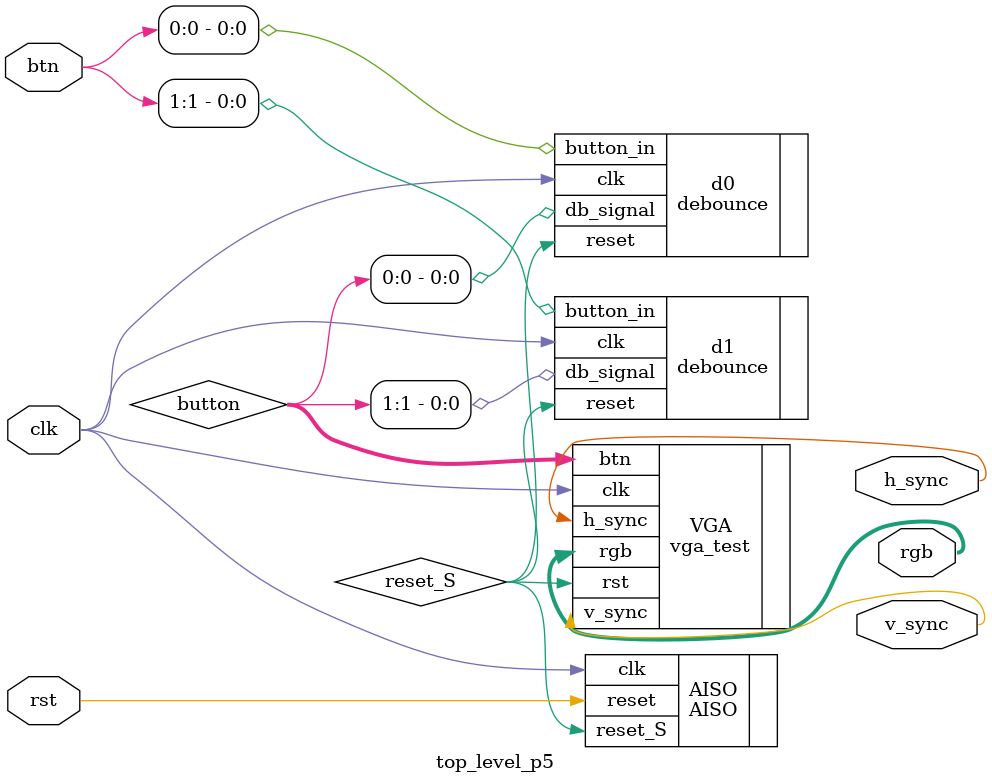
<source format=v>
`timescale 1ns / 1ps


module top_level_p5(clk, rst, btn, h_sync, v_sync, rgb);
    input           clk, rst;
    input    [1:0]  btn;
    output          h_sync, v_sync;
    output  [11:0]  rgb;
    
    wire            reset_S;
    wire     [1:0]  button; //, button_p;
    
    AISO 
        AISO(.reset(rst), .clk(clk), .reset_S(reset_S));
        
    debounce
          d0(.reset(reset_S), .clk(clk), .button_in(btn[0]), .db_signal(button[0]));
    debounce
          d1(.reset(reset_S), .clk(clk), .button_in(btn[1]), .db_signal(button[1]));         
    vga_test
         VGA(.clk(clk),
             .rst(reset_S),
             .btn(button),
             .h_sync(h_sync),
             .v_sync(v_sync), 
             .rgb(rgb)
             );
endmodule

</source>
